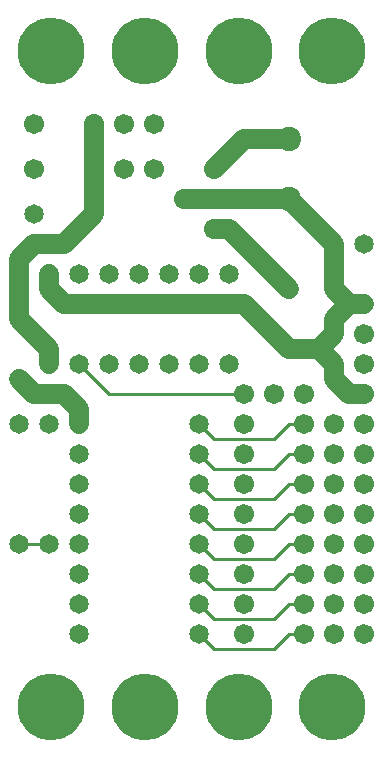
<source format=gbl>
%MOIN*%
%FSLAX25Y25*%
G04 D10 used for Character Trace; *
G04     Circle (OD=.01000) (No hole)*
G04 D11 used for Power Trace; *
G04     Circle (OD=.06700) (No hole)*
G04 D12 used for Signal Trace; *
G04     Circle (OD=.01100) (No hole)*
G04 D13 used for Via; *
G04     Circle (OD=.05800) (Round. Hole ID=.02800)*
G04 D14 used for Component hole; *
G04     Circle (OD=.06500) (Round. Hole ID=.03500)*
G04 D15 used for Component hole; *
G04     Circle (OD=.06700) (Round. Hole ID=.04300)*
G04 D16 used for Component hole; *
G04     Circle (OD=.08100) (Round. Hole ID=.05100)*
G04 D17 used for Component hole; *
G04     Circle (OD=.08900) (Round. Hole ID=.05900)*
G04 D18 used for Component hole; *
G04     Circle (OD=.11300) (Round. Hole ID=.08300)*
G04 D19 used for Component hole; *
G04     Circle (OD=.16000) (Round. Hole ID=.13000)*
G04 D20 used for Component hole; *
G04     Circle (OD=.18300) (Round. Hole ID=.15300)*
G04 D21 used for Component hole; *
G04     Circle (OD=.22291) (Round. Hole ID=.19291)*
%ADD10C,.01000*%
%ADD11C,.06700*%
%ADD12C,.01100*%
%ADD13C,.05800*%
%ADD14C,.06500*%
%ADD15C,.06700*%
%ADD16C,.08100*%
%ADD17C,.08900*%
%ADD18C,.11300*%
%ADD19C,.16000*%
%ADD20C,.18300*%
%ADD21C,.22291*%
%IPPOS*%
%LPD*%
G90*X0Y0D02*D21*X15625Y15625D03*D14*              
X25000Y40000D03*D21*X46875Y15625D03*D14*          
X25000Y50000D03*Y60000D03*X65000Y40000D03*D12*    
X70000Y35000D01*X90000D01*X95000Y40000D01*        
X100000D01*D15*D03*X110000Y50000D03*D12*          
X70000Y45000D02*X90000D01*X70000D02*              
X65000Y50000D01*D14*D03*D12*X70000Y55000D02*      
X90000D01*X95000Y60000D01*X100000D01*D15*D03*     
X110000Y70000D03*D12*X70000Y65000D02*X90000D01*   
X70000D02*X65000Y70000D01*D14*D03*D12*            
X70000Y75000D02*X90000D01*X95000Y80000D01*        
X100000D01*D15*D03*X110000Y90000D03*D12*          
X70000Y85000D02*X90000D01*X70000D02*              
X65000Y90000D01*D14*D03*D12*X70000Y95000D02*      
X90000D01*X95000Y100000D01*X100000D01*D15*D03*    
X110000Y110000D03*D12*X70000Y105000D02*X90000D01* 
X70000D02*X65000Y110000D01*D14*D03*Y100000D03*D12*
X70000Y95000D01*D15*X80000Y90000D03*Y100000D03*   
Y110000D03*D14*X65000Y80000D03*D12*               
X70000Y75000D01*D15*X80000Y70000D03*Y80000D03*D14*
X65000Y60000D03*D12*X70000Y55000D01*D15*          
X80000Y50000D03*Y60000D03*Y40000D03*D12*          
X90000Y45000D02*X95000Y50000D01*X100000D01*D15*   
D03*X110000Y40000D03*Y60000D03*D12*               
X90000Y65000D02*X95000Y70000D01*X100000D01*D15*   
D03*X110000Y80000D03*D12*X90000Y85000D02*         
X95000Y90000D01*X100000D01*D15*D03*               
X110000Y100000D03*D12*X90000Y105000D02*           
X95000Y110000D01*X100000D01*D15*D03*              
X90000Y120000D03*X100000D03*D11*X115000D02*       
X110000Y125000D01*X115000Y120000D02*X120000D01*   
D15*D03*D11*X110000Y125000D02*Y130000D01*         
X105000Y135000D01*X95000D01*D14*D03*D11*          
X80000Y150000D01*X20000D01*X15000Y155000D01*      
Y160000D01*D14*D03*D11*X10000Y170000D02*X20000D01*
X5000Y165000D02*X10000Y170000D01*X5000Y145000D02* 
Y165000D01*X15000Y135000D02*X5000Y145000D01*      
X15000Y130000D02*Y135000D01*D14*Y130000D03*D11*   
X10000Y120000D02*X20000D01*X25000Y115000D01*      
Y110000D01*D14*D03*D12*X35000Y120000D02*X80000D01*
D15*D03*D14*X75000Y130000D03*X65000D03*X55000D03* 
D11*X105000Y135000D02*X110000Y140000D01*          
Y145000D01*X115000Y150000D01*X120000D01*D14*D03*  
D11*X115000D02*X110000Y155000D01*Y170000D01*      
X95000Y185000D01*D16*D03*D11*X60000D01*D15*D03*   
X70000Y175000D03*D11*X75000D01*X95000Y155000D01*  
D14*D03*X75000Y160000D03*D15*X120000Y130000D03*   
Y140000D03*D14*Y170000D03*X65000Y160000D03*       
X55000D03*D15*X70000Y195000D03*D11*               
X80000Y205000D01*X95000D01*D16*D03*D21*           
X109375Y234375D03*X78125D03*D15*X50000Y210000D03* 
Y195000D03*D21*X46875Y234375D03*D14*              
X45000Y160000D03*D15*X40000Y210000D03*Y195000D03* 
D14*X35000Y160000D03*D15*X30000Y210000D03*D11*    
Y195000D01*D15*D03*D11*Y180000D01*D14*D03*D11*    
X20000Y170000D01*D14*X10000Y180000D03*            
X25000Y160000D03*D15*X10000Y195000D03*D14*        
X25000Y130000D03*D12*X35000Y120000D01*D14*        
X45000Y130000D03*X35000D03*X25000Y100000D03*      
X15000Y110000D03*D11*X10000Y120000D02*            
X5000Y125000D01*D13*D03*D14*Y110000D03*           
X25000Y90000D03*Y80000D03*X5000Y70000D03*D12*     
X15000D01*D14*D03*X25000D03*D21*X78125Y15625D03*  
X109375D03*D15*X120000Y40000D03*Y50000D03*        
Y60000D03*Y70000D03*Y80000D03*Y90000D03*          
Y100000D03*Y110000D03*X10000Y210000D03*D21*       
X15625Y234375D03*M02*                             

</source>
